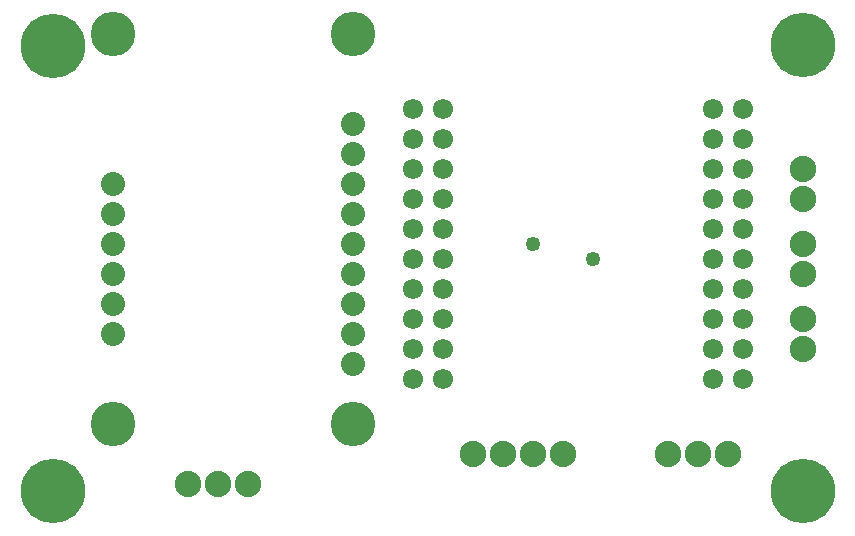
<source format=gts>
G04 MADE WITH FRITZING*
G04 WWW.FRITZING.ORG*
G04 DOUBLE SIDED*
G04 HOLES PLATED*
G04 CONTOUR ON CENTER OF CONTOUR VECTOR*
%ASAXBY*%
%FSLAX23Y23*%
%MOIN*%
%OFA0B0*%
%SFA1.0B1.0*%
%ADD10C,0.067621*%
%ADD11C,0.148425*%
%ADD12C,0.080000*%
%ADD13C,0.088000*%
%ADD14C,0.214725*%
%ADD15C,0.049370*%
%LNMASK1*%
G90*
G70*
G54D10*
X1325Y1422D03*
X1325Y1322D03*
X1325Y1222D03*
X1325Y1122D03*
X1325Y1022D03*
X1325Y922D03*
X1325Y822D03*
X1325Y722D03*
X1325Y522D03*
X1325Y622D03*
X1425Y1422D03*
X1425Y1322D03*
X1425Y1222D03*
X1425Y1122D03*
X1425Y1022D03*
X1425Y922D03*
X1425Y822D03*
X1425Y722D03*
X1425Y622D03*
X1425Y522D03*
X2325Y1422D03*
X2325Y1322D03*
X2325Y1222D03*
X2325Y1122D03*
X2325Y1022D03*
X2325Y922D03*
X2325Y822D03*
X2325Y722D03*
X2325Y622D03*
X2325Y522D03*
X2425Y1422D03*
X2425Y1322D03*
X2425Y1222D03*
X2425Y1122D03*
X2425Y1022D03*
X2425Y922D03*
X2425Y822D03*
X2425Y722D03*
X2425Y622D03*
X2425Y522D03*
G54D11*
X1125Y372D03*
X325Y372D03*
G54D12*
X325Y672D03*
X325Y772D03*
X325Y872D03*
G54D11*
X1125Y1672D03*
G54D12*
X325Y972D03*
G54D11*
X325Y1672D03*
G54D12*
X325Y1072D03*
X325Y1172D03*
X1125Y572D03*
X1125Y672D03*
X1125Y772D03*
X1125Y872D03*
X1125Y972D03*
X1125Y1072D03*
X1125Y1172D03*
X1125Y1272D03*
X1125Y1372D03*
G54D13*
X2625Y1222D03*
X2625Y1122D03*
X2625Y972D03*
X2625Y872D03*
X2625Y722D03*
X2625Y622D03*
X575Y172D03*
X675Y172D03*
X775Y172D03*
G54D14*
X125Y151D03*
X125Y1635D03*
X2625Y150D03*
X2625Y1636D03*
G54D15*
X1925Y922D03*
X1725Y972D03*
G54D13*
X1525Y272D03*
X1625Y272D03*
X1725Y272D03*
X1825Y272D03*
X2175Y272D03*
X2275Y272D03*
X2375Y272D03*
G04 End of Mask1*
M02*
</source>
